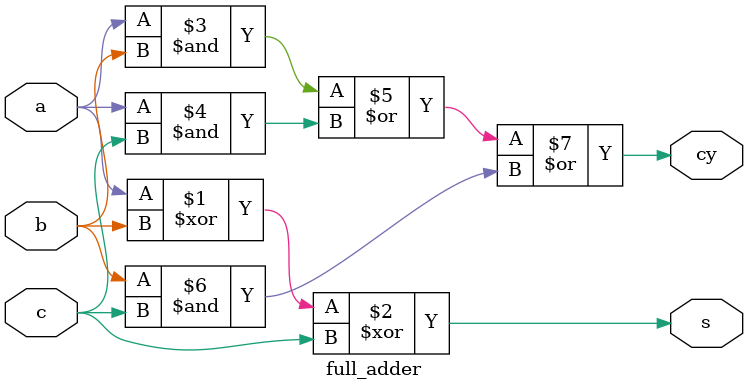
<source format=v>
module full_adder(a, b, c, s, cy);
  input a, b, c;
  output s, cy;

  assign s = a ^ b ^ c;
  assign cy = (a & b) | (a & c) | (b & c);  // Added missing semicolon
endmodule

</source>
